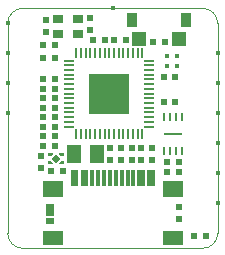
<source format=gtp>
G04*
G04 #@! TF.GenerationSoftware,Altium Limited,Altium Designer,24.6.1 (21)*
G04*
G04 Layer_Color=8421504*
%FSLAX25Y25*%
%MOIN*%
G70*
G04*
G04 #@! TF.SameCoordinates,E89A06A7-0658-4A87-8E90-D679E4E66743*
G04*
G04*
G04 #@! TF.FilePolarity,Positive*
G04*
G01*
G75*
%ADD11C,0.00394*%
%ADD16R,0.01181X0.05709*%
%ADD17R,0.07087X0.05709*%
%ADD18R,0.07087X0.04724*%
%ADD19R,0.03543X0.03150*%
%ADD20R,0.06299X0.00787*%
%ADD21R,0.00984X0.03150*%
%ADD22C,0.01575*%
%ADD23R,0.03543X0.04724*%
%ADD24R,0.04528X0.05118*%
%ADD25R,0.13386X0.13386*%
%ADD26O,0.00787X0.03543*%
%ADD27O,0.03543X0.00787*%
%ADD28R,0.02362X0.01968*%
%ADD29R,0.02756X0.02047*%
%ADD30R,0.02756X0.04134*%
%ADD31R,0.01772X0.01772*%
%ADD32R,0.04724X0.05906*%
%ADD33R,0.00394X0.00394*%
%ADD34P,0.02673X4X360.0*%
%ADD35R,0.01968X0.02362*%
G36*
X15157Y28346D02*
Y28150D01*
X13583D01*
Y29134D01*
X14370D01*
X15157Y28346D01*
D02*
G37*
G36*
Y31496D02*
X14370Y30709D01*
X13583D01*
Y31693D01*
X15157D01*
Y31496D01*
D02*
G37*
G36*
X18701Y28150D02*
X17126D01*
Y28346D01*
X17913Y29134D01*
X18701D01*
Y28150D01*
D02*
G37*
G36*
Y30709D02*
X17913D01*
X17126Y31496D01*
Y31693D01*
X18701D01*
Y30709D01*
D02*
G37*
D11*
X65000Y-0D02*
G03*
X70000Y5000I0J5000D01*
G01*
X70000Y75000D02*
G03*
X65000Y80000I-5000J0D01*
G01*
X5000Y80000D02*
G03*
X0Y75000I0J-5000D01*
G01*
X-0Y5000D02*
G03*
X5000Y0I5000J0D01*
G01*
X0Y5000D02*
Y75000D01*
X5000Y80000D02*
X65000D01*
X70000Y5000D02*
Y75000D01*
X5000Y0D02*
X65000D01*
D16*
X24961Y23455D02*
D03*
X26142Y23455D02*
D03*
X28110Y23455D02*
D03*
X30079D02*
D03*
X32047Y23455D02*
D03*
X34016D02*
D03*
X35984D02*
D03*
X37953D02*
D03*
X39921Y23455D02*
D03*
X41890D02*
D03*
X43858D02*
D03*
X45039Y23455D02*
D03*
X48287Y23455D02*
D03*
X47106Y23455D02*
D03*
X22894Y23455D02*
D03*
X21713Y23455D02*
D03*
D17*
X54961Y19852D02*
D03*
X15039D02*
D03*
D18*
Y3396D02*
D03*
X54961D02*
D03*
D19*
X16831Y71555D02*
D03*
X23327Y76476D02*
D03*
X16831D02*
D03*
X23327Y71555D02*
D03*
D20*
X55118Y38189D02*
D03*
D21*
X52165Y32500D02*
D03*
X54134D02*
D03*
X56102D02*
D03*
X58071D02*
D03*
X52165Y43878D02*
D03*
X54134D02*
D03*
X56102D02*
D03*
X58071D02*
D03*
D22*
X70000Y25000D02*
D03*
X35000Y80000D02*
D03*
X0Y55000D02*
D03*
X70000Y65000D02*
D03*
Y55000D02*
D03*
Y45000D02*
D03*
Y35000D02*
D03*
X0Y45000D02*
D03*
Y65000D02*
D03*
X-0Y75000D02*
D03*
X70000Y15000D02*
D03*
D23*
X59554Y76000D02*
D03*
X41445D02*
D03*
D24*
X57095Y69898D02*
D03*
X43905D02*
D03*
D25*
X33858Y51575D02*
D03*
D26*
X44882Y38189D02*
D03*
X43307Y38189D02*
D03*
X41732Y38189D02*
D03*
X40157D02*
D03*
X38583D02*
D03*
X37008D02*
D03*
X35433D02*
D03*
X33858D02*
D03*
X32283D02*
D03*
X30709D02*
D03*
X29134D02*
D03*
X27559Y38189D02*
D03*
X25984D02*
D03*
X24409D02*
D03*
X22835Y38189D02*
D03*
X22835Y64961D02*
D03*
X24409D02*
D03*
X25984D02*
D03*
X27559D02*
D03*
X29134D02*
D03*
X30709D02*
D03*
X32283D02*
D03*
X33858Y64961D02*
D03*
X35433Y64961D02*
D03*
X37008Y64961D02*
D03*
X38583Y64961D02*
D03*
X40157D02*
D03*
X41732D02*
D03*
X43307D02*
D03*
X44882D02*
D03*
D27*
X20472Y40551D02*
D03*
Y42126D02*
D03*
Y43701D02*
D03*
Y45276D02*
D03*
Y46850D02*
D03*
X20472Y48425D02*
D03*
X20472Y50000D02*
D03*
X20472Y51575D02*
D03*
X20472Y53150D02*
D03*
Y54724D02*
D03*
Y56299D02*
D03*
Y57874D02*
D03*
Y59449D02*
D03*
Y61024D02*
D03*
Y62598D02*
D03*
X47244Y62598D02*
D03*
X47244Y61024D02*
D03*
Y59449D02*
D03*
Y57874D02*
D03*
X47244Y56299D02*
D03*
Y54724D02*
D03*
Y53150D02*
D03*
Y51575D02*
D03*
Y50000D02*
D03*
Y48425D02*
D03*
Y46850D02*
D03*
Y45276D02*
D03*
Y43701D02*
D03*
X47244Y42126D02*
D03*
X47244Y40551D02*
D03*
D28*
X41339Y33465D02*
D03*
Y29528D02*
D03*
X37795Y33465D02*
D03*
Y29528D02*
D03*
X11220Y30709D02*
D03*
Y26772D02*
D03*
X57000Y13787D02*
D03*
Y9850D02*
D03*
X27559Y76772D02*
D03*
Y72835D02*
D03*
X12598Y72047D02*
D03*
Y75984D02*
D03*
X48031Y33465D02*
D03*
Y29528D02*
D03*
X34252Y33465D02*
D03*
Y29528D02*
D03*
X44488Y33465D02*
D03*
Y29528D02*
D03*
D29*
X14000Y9177D02*
D03*
D30*
Y12779D02*
D03*
D31*
X56398Y64272D02*
D03*
X53051D02*
D03*
Y60925D02*
D03*
X56398D02*
D03*
D32*
X22244Y31496D02*
D03*
X29724D02*
D03*
D33*
X13976Y31201D02*
D03*
Y28642D02*
D03*
X18307D02*
D03*
Y31201D02*
D03*
D34*
X16142Y29921D02*
D03*
D35*
X11811Y53150D02*
D03*
X15748D02*
D03*
X53150Y25295D02*
D03*
X57087D02*
D03*
X18504Y25787D02*
D03*
X14567D02*
D03*
X62032Y4000D02*
D03*
X65969D02*
D03*
X48531Y68898D02*
D03*
X52469D02*
D03*
X11811Y67716D02*
D03*
X15748D02*
D03*
X57087Y28839D02*
D03*
X53150D02*
D03*
X51968Y48819D02*
D03*
X55905D02*
D03*
X32283Y69291D02*
D03*
X28346D02*
D03*
X15748Y43701D02*
D03*
X11811D02*
D03*
X15748Y56299D02*
D03*
X11811D02*
D03*
X51968Y57087D02*
D03*
X55905D02*
D03*
X15748Y63386D02*
D03*
X11811D02*
D03*
X39370Y69291D02*
D03*
X35433D02*
D03*
X15748Y37402D02*
D03*
X11811D02*
D03*
X15748Y34252D02*
D03*
X11811D02*
D03*
X15748Y46850D02*
D03*
X11811D02*
D03*
Y40551D02*
D03*
X15748D02*
D03*
X11811Y50000D02*
D03*
X15748D02*
D03*
M02*

</source>
